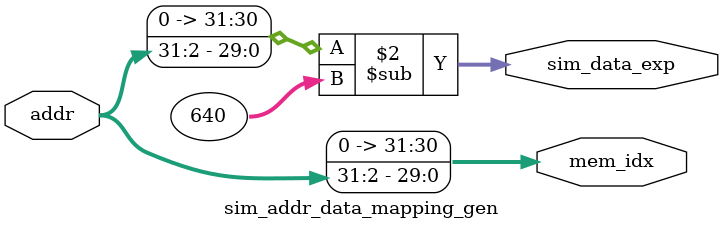
<source format=sv>
module addr_parser #(
    parameter CACHE_LINE=128,
    parameter CACHE_SIZE=8192
) (
    input [31:0] addr,
    output [31 - $clog2(CACHE_SIZE * 8/CACHE_LINE) - $clog2(CACHE_LINE/32):0] tag,
    output [$clog2(CACHE_SIZE * 8/CACHE_LINE)-1:0] index,
    output [$clog2(CACHE_LINE/32)-1:0] offset
);

    assign {tag, index, offset} = addr;
    
endmodule

module line_segment_selector(
    input [127:0] data_line,
    input [1:0] offset,
    output logic [31:0] selected_data
);

always_comb begin
    case(offset)
        2'd0: selected_data = data_line[31:0];
        2'd1: selected_data = data_line[63:32];
        2'd2: selected_data = data_line[95:64];
        2'd3: selected_data = data_line[127:96];
    endcase
end

endmodule

module sim_addr_data_mapping_gen #(
    parameter BASE_ADDR = 32'h0000_0a00
) (
    input [31:0] addr,
    output [31:0] mem_idx,
    output [31:0] sim_data_exp
);

    assign mem_idx = addr >> 2;
    assign sim_data_exp = mem_idx - (BASE_ADDR >> 2);

endmodule

</source>
